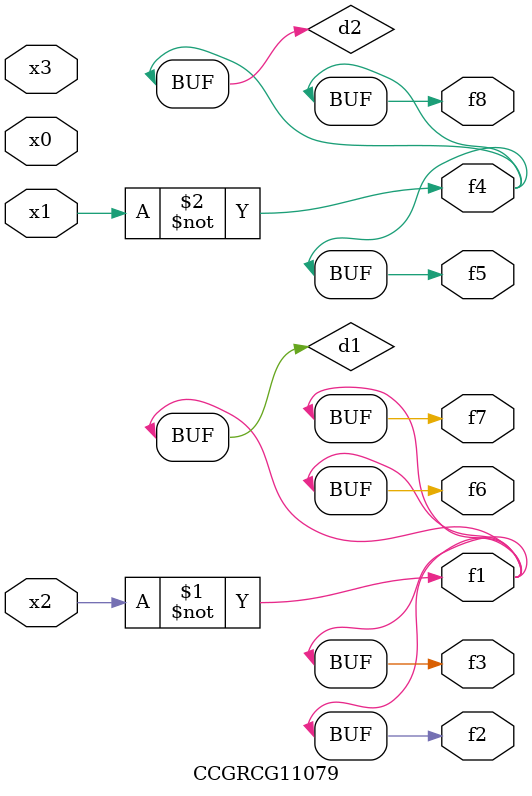
<source format=v>
module CCGRCG11079(
	input x0, x1, x2, x3,
	output f1, f2, f3, f4, f5, f6, f7, f8
);

	wire d1, d2;

	xnor (d1, x2);
	not (d2, x1);
	assign f1 = d1;
	assign f2 = d1;
	assign f3 = d1;
	assign f4 = d2;
	assign f5 = d2;
	assign f6 = d1;
	assign f7 = d1;
	assign f8 = d2;
endmodule

</source>
